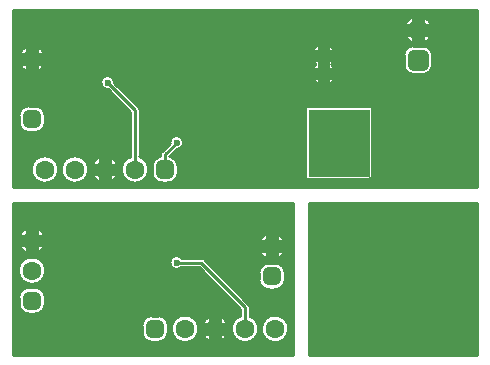
<source format=gbl>
G04 Generated by Ultiboard 14.1 *
%FSLAX24Y24*%
%MOIN*%

%ADD10C,0.0001*%
%ADD11C,0.0100*%
%ADD12C,0.0001*%
%ADD13C,0.0633*%
%ADD14R,0.0208X0.0208*%
%ADD15C,0.0392*%
%ADD16C,0.0236*%
%ADD17C,0.0674*%
%ADD18R,0.0320X0.0320*%
%ADD19C,0.0350*%
%ADD20C,0.0591*%


G04 ColorRGB 0000FF for the following layer *
%LNCopper Bottom*%
%LPD*%
G54D10*
G36*
X15597Y13611D02*
X15597Y13611D01*
X151Y13611D01*
X151Y19534D01*
X15597Y19534D01*
X15597Y13611D01*
D02*
G37*
%LPC*%
G36*
X10356Y17021D02*
X10356Y17021D01*
X10356Y17256D01*
X10121Y17256D01*
G74*
D01*
G03X10356Y17021I379J144*
G01*
D02*
G37*
G36*
X10644Y17021D02*
G74*
D01*
G03X10879Y17256I144J379*
G01*
X10879Y17256D01*
X10644Y17256D01*
X10644Y17021D01*
D02*
G37*
G36*
X429Y17172D02*
G75*
D01*
G03X429Y17172I351J-292*
G01*
D02*
G37*
G36*
X3301Y16872D02*
X3301Y16872D01*
X4049Y16123D01*
X4049Y14627D01*
G75*
D01*
G03X4371Y14627I161J-427*
G01*
X4371Y14627D01*
X4371Y16190D01*
G74*
D01*
G03X4323Y16304I161J0*
G01*
X4323Y16304D01*
X3528Y17099D01*
G75*
D01*
G03X3301Y16872I-228J1*
G01*
D02*
G37*
G36*
X13819Y19296D02*
X13819Y19296D01*
X13819Y19019D01*
X14096Y19019D01*
G74*
D01*
G03X13819Y19296I446J169*
G01*
D02*
G37*
G36*
X10343Y17400D02*
G75*
D01*
G03X10343Y17400I157J0*
G01*
D02*
G37*
G36*
X10121Y17544D02*
X10121Y17544D01*
X10356Y17544D01*
X10356Y17856D01*
X10121Y17856D01*
G74*
D01*
G03X10228Y17700I379J144*
G01*
G74*
D01*
G03X10121Y17544I272J300*
G01*
D02*
G37*
G36*
X10343Y18000D02*
G75*
D01*
G03X10343Y18000I157J0*
G01*
D02*
G37*
G36*
X10879Y17856D02*
X10879Y17856D01*
X10644Y17856D01*
X10644Y17544D01*
X10879Y17544D01*
G74*
D01*
G03X10772Y17700I379J144*
G01*
G74*
D01*
G03X10879Y17856I272J300*
G01*
D02*
G37*
G36*
X14127Y17690D02*
X14127Y17690D01*
X14127Y18010D01*
G74*
D01*
G03X13810Y18327I317J0*
G01*
X13810Y18327D01*
X13490Y18327D01*
G75*
D01*
G03X13173Y18010I0J-317*
G01*
X13173Y18010D01*
X13173Y17690D01*
G75*
D01*
G03X13490Y17373I317J0*
G01*
X13490Y17373D01*
X13810Y17373D01*
G75*
D01*
G03X14127Y17690I0J317*
G01*
D02*
G37*
G36*
X10121Y18144D02*
X10121Y18144D01*
X10356Y18144D01*
X10356Y18379D01*
G74*
D01*
G03X10121Y18144I144J379*
G01*
D02*
G37*
G36*
X10644Y18379D02*
X10644Y18379D01*
X10644Y18144D01*
X10879Y18144D01*
G74*
D01*
G03X10644Y18379I379J144*
G01*
D02*
G37*
G36*
X13481Y18404D02*
X13481Y18404D01*
X13481Y18681D01*
X13204Y18681D01*
G74*
D01*
G03X13481Y18404I446J169*
G01*
D02*
G37*
G36*
X13453Y18850D02*
G75*
D01*
G03X13453Y18850I197J0*
G01*
D02*
G37*
G36*
X14096Y18681D02*
X14096Y18681D01*
X13819Y18681D01*
X13819Y18404D01*
G74*
D01*
G03X14096Y18681I169J446*
G01*
D02*
G37*
G36*
X9787Y19281D02*
X9787Y19281D01*
X9919Y19281D01*
X9919Y19413D01*
G74*
D01*
G03X9787Y19281I81J213*
G01*
D02*
G37*
G36*
X10081Y19413D02*
X10081Y19413D01*
X10081Y19281D01*
X10213Y19281D01*
G74*
D01*
G03X10081Y19413I213J81*
G01*
D02*
G37*
G36*
X10213Y19119D02*
X10213Y19119D01*
X10081Y19119D01*
X10081Y18987D01*
G74*
D01*
G03X10213Y19119I81J213*
G01*
D02*
G37*
G36*
X9919Y18987D02*
X9919Y18987D01*
X9919Y19119D01*
X9787Y19119D01*
G74*
D01*
G03X9919Y18987I213J81*
G01*
D02*
G37*
G36*
X9941Y19200D02*
G75*
D01*
G03X9941Y19200I59J0*
G01*
D02*
G37*
G36*
X13204Y19019D02*
X13204Y19019D01*
X13481Y19019D01*
X13481Y19296D01*
G74*
D01*
G03X13204Y19019I169J446*
G01*
D02*
G37*
G36*
X2481Y19213D02*
X2481Y19213D01*
X2481Y19081D01*
X2613Y19081D01*
G74*
D01*
G03X2481Y19213I213J81*
G01*
D02*
G37*
G36*
X353Y18042D02*
X353Y18042D01*
X618Y18042D01*
X618Y18307D01*
G74*
D01*
G03X353Y18042I162J427*
G01*
D02*
G37*
G36*
X605Y17880D02*
G75*
D01*
G03X605Y17880I175J0*
G01*
D02*
G37*
G36*
X618Y17453D02*
X618Y17453D01*
X618Y17718D01*
X353Y17718D01*
G74*
D01*
G03X618Y17453I427J162*
G01*
D02*
G37*
G36*
X942Y18307D02*
X942Y18307D01*
X942Y18042D01*
X1207Y18042D01*
G74*
D01*
G03X942Y18307I427J162*
G01*
D02*
G37*
G36*
X1207Y17718D02*
X1207Y17718D01*
X942Y17718D01*
X942Y17453D01*
G74*
D01*
G03X1207Y17718I162J427*
G01*
D02*
G37*
G36*
X2319Y18787D02*
X2319Y18787D01*
X2319Y18919D01*
X2187Y18919D01*
G74*
D01*
G03X2319Y18787I213J81*
G01*
D02*
G37*
G36*
X2613Y18919D02*
X2613Y18919D01*
X2481Y18919D01*
X2481Y18787D01*
G74*
D01*
G03X2613Y18919I81J213*
G01*
D02*
G37*
G36*
X4187Y18481D02*
X4187Y18481D01*
X4319Y18481D01*
X4319Y18613D01*
G74*
D01*
G03X4187Y18481I81J213*
G01*
D02*
G37*
G36*
X4481Y18613D02*
X4481Y18613D01*
X4481Y18481D01*
X4613Y18481D01*
G74*
D01*
G03X4481Y18613I213J81*
G01*
D02*
G37*
G36*
X4613Y18319D02*
X4613Y18319D01*
X4481Y18319D01*
X4481Y18187D01*
G74*
D01*
G03X4613Y18319I81J213*
G01*
D02*
G37*
G36*
X4319Y18187D02*
X4319Y18187D01*
X4319Y18319D01*
X4187Y18319D01*
G74*
D01*
G03X4319Y18187I213J81*
G01*
D02*
G37*
G36*
X4341Y18400D02*
G75*
D01*
G03X4341Y18400I59J0*
G01*
D02*
G37*
G36*
X2341Y19000D02*
G75*
D01*
G03X2341Y19000I59J0*
G01*
D02*
G37*
G36*
X2187Y19081D02*
X2187Y19081D01*
X2319Y19081D01*
X2319Y19213D01*
G74*
D01*
G03X2187Y19081I81J213*
G01*
D02*
G37*
G36*
X9890Y16247D02*
X9890Y16247D01*
X9890Y13953D01*
G75*
D01*
G03X9953Y13890I63J0*
G01*
X9953Y13890D01*
X12047Y13890D01*
G75*
D01*
G03X12110Y13953I0J63*
G01*
X12110Y13953D01*
X12110Y16247D01*
G74*
D01*
G03X12047Y16310I63J0*
G01*
X12047Y16310D01*
X9953Y16310D01*
G75*
D01*
G03X9890Y16247I0J-63*
G01*
D02*
G37*
G36*
X13281Y14113D02*
X13281Y14113D01*
X13281Y13981D01*
X13413Y13981D01*
G74*
D01*
G03X13281Y14113I213J81*
G01*
D02*
G37*
G36*
X13413Y13819D02*
X13413Y13819D01*
X13281Y13819D01*
X13281Y13687D01*
G74*
D01*
G03X13413Y13819I81J213*
G01*
D02*
G37*
G36*
X12987Y13981D02*
X12987Y13981D01*
X13119Y13981D01*
X13119Y14113D01*
G74*
D01*
G03X12987Y13981I81J213*
G01*
D02*
G37*
G36*
X13119Y13687D02*
X13119Y13687D01*
X13119Y13819D01*
X12987Y13819D01*
G74*
D01*
G03X13119Y13687I213J81*
G01*
D02*
G37*
G36*
X13141Y13900D02*
G75*
D01*
G03X13141Y13900I59J0*
G01*
D02*
G37*
G36*
X14187Y13981D02*
X14187Y13981D01*
X14319Y13981D01*
X14319Y14113D01*
G74*
D01*
G03X14187Y13981I81J213*
G01*
D02*
G37*
G36*
X14481Y14113D02*
X14481Y14113D01*
X14481Y13981D01*
X14613Y13981D01*
G74*
D01*
G03X14481Y14113I213J81*
G01*
D02*
G37*
G36*
X14613Y13819D02*
X14613Y13819D01*
X14481Y13819D01*
X14481Y13687D01*
G74*
D01*
G03X14613Y13819I81J213*
G01*
D02*
G37*
G36*
X14319Y13687D02*
X14319Y13687D01*
X14319Y13819D01*
X14187Y13819D01*
G74*
D01*
G03X14319Y13687I213J81*
G01*
D02*
G37*
G36*
X14341Y13900D02*
G75*
D01*
G03X14341Y13900I59J0*
G01*
D02*
G37*
G36*
X13281Y14913D02*
X13281Y14913D01*
X13281Y14781D01*
X13413Y14781D01*
G74*
D01*
G03X13281Y14913I213J81*
G01*
D02*
G37*
G36*
X13413Y14619D02*
X13413Y14619D01*
X13281Y14619D01*
X13281Y14487D01*
G74*
D01*
G03X13413Y14619I81J213*
G01*
D02*
G37*
G36*
X12987Y14781D02*
X12987Y14781D01*
X13119Y14781D01*
X13119Y14913D01*
G74*
D01*
G03X12987Y14781I81J213*
G01*
D02*
G37*
G36*
X13119Y14487D02*
X13119Y14487D01*
X13119Y14619D01*
X12987Y14619D01*
G74*
D01*
G03X13119Y14487I213J81*
G01*
D02*
G37*
G36*
X13141Y14700D02*
G75*
D01*
G03X13141Y14700I59J0*
G01*
D02*
G37*
G36*
X14187Y14781D02*
X14187Y14781D01*
X14319Y14781D01*
X14319Y14913D01*
G74*
D01*
G03X14187Y14781I81J213*
G01*
D02*
G37*
G36*
X14481Y14913D02*
X14481Y14913D01*
X14481Y14781D01*
X14613Y14781D01*
G74*
D01*
G03X14481Y14913I213J81*
G01*
D02*
G37*
G36*
X14613Y14619D02*
X14613Y14619D01*
X14481Y14619D01*
X14481Y14487D01*
G74*
D01*
G03X14613Y14619I81J213*
G01*
D02*
G37*
G36*
X14319Y14487D02*
X14319Y14487D01*
X14319Y14619D01*
X14187Y14619D01*
G74*
D01*
G03X14319Y14487I213J81*
G01*
D02*
G37*
G36*
X14341Y14700D02*
G75*
D01*
G03X14341Y14700I59J0*
G01*
D02*
G37*
G36*
X2941Y16700D02*
G75*
D01*
G03X2941Y16700I59J0*
G01*
D02*
G37*
G36*
X5781Y15913D02*
X5781Y15913D01*
X5781Y15781D01*
X5913Y15781D01*
G74*
D01*
G03X5781Y15913I213J81*
G01*
D02*
G37*
G36*
X5487Y15781D02*
X5487Y15781D01*
X5619Y15781D01*
X5619Y15913D01*
G74*
D01*
G03X5487Y15781I81J213*
G01*
D02*
G37*
G36*
X2919Y16487D02*
X2919Y16487D01*
X2919Y16619D01*
X2787Y16619D01*
G74*
D01*
G03X2919Y16487I213J81*
G01*
D02*
G37*
G36*
X6387Y15081D02*
X6387Y15081D01*
X6519Y15081D01*
X6519Y15213D01*
G74*
D01*
G03X6387Y15081I81J213*
G01*
D02*
G37*
G36*
X6681Y15213D02*
X6681Y15213D01*
X6681Y15081D01*
X6813Y15081D01*
G74*
D01*
G03X6681Y15213I213J81*
G01*
D02*
G37*
G36*
X5913Y15619D02*
X5913Y15619D01*
X5781Y15619D01*
X5781Y15487D01*
G74*
D01*
G03X5913Y15619I81J213*
G01*
D02*
G37*
G36*
X5641Y15700D02*
G75*
D01*
G03X5641Y15700I59J0*
G01*
D02*
G37*
G36*
X5619Y15487D02*
X5619Y15487D01*
X5619Y15619D01*
X5487Y15619D01*
G74*
D01*
G03X5619Y15487I213J81*
G01*
D02*
G37*
G36*
X676Y15438D02*
X676Y15438D01*
X884Y15438D01*
G75*
D01*
G03X1222Y15776I0J338*
G01*
X1222Y15776D01*
X1222Y15984D01*
G74*
D01*
G03X884Y16322I338J0*
G01*
X884Y16322D01*
X676Y16322D01*
G75*
D01*
G03X338Y15984I0J-338*
G01*
X338Y15984D01*
X338Y15776D01*
G75*
D01*
G03X676Y15438I338J0*
G01*
D02*
G37*
G36*
X6813Y14919D02*
X6813Y14919D01*
X6681Y14919D01*
X6681Y14787D01*
G74*
D01*
G03X6813Y14919I81J213*
G01*
D02*
G37*
G36*
X6519Y14787D02*
X6519Y14787D01*
X6519Y14919D01*
X6387Y14919D01*
G74*
D01*
G03X6519Y14787I213J81*
G01*
D02*
G37*
G36*
X6541Y15000D02*
G75*
D01*
G03X6541Y15000I59J0*
G01*
D02*
G37*
G36*
X5371Y14637D02*
X5371Y14637D01*
X5371Y14643D01*
X5599Y14872D01*
G75*
D01*
G03X5372Y15099I1J228*
G01*
X5372Y15099D01*
X5096Y14824D01*
G75*
D01*
G03X5049Y14710I114J-114*
G01*
X5049Y14710D01*
X5049Y14637D01*
G74*
D01*
G03X4768Y14304I57J333*
G01*
X4768Y14304D01*
X4768Y14096D01*
G75*
D01*
G03X5106Y13758I338J0*
G01*
X5106Y13758D01*
X5314Y13758D01*
G75*
D01*
G03X5652Y14096I0J338*
G01*
X5652Y14096D01*
X5652Y14304D01*
G74*
D01*
G03X5371Y14637I338J0*
G01*
D02*
G37*
G36*
X3081Y16913D02*
X3081Y16913D01*
X3081Y16781D01*
X3213Y16781D01*
G74*
D01*
G03X3081Y16913I213J81*
G01*
D02*
G37*
G36*
X3213Y16619D02*
X3213Y16619D01*
X3081Y16619D01*
X3081Y16487D01*
G74*
D01*
G03X3213Y16619I81J213*
G01*
D02*
G37*
G36*
X3372Y14627D02*
X3372Y14627D01*
X3372Y14362D01*
X3637Y14362D01*
G74*
D01*
G03X3372Y14627I427J162*
G01*
D02*
G37*
G36*
X2783Y14362D02*
X2783Y14362D01*
X3048Y14362D01*
X3048Y14627D01*
G74*
D01*
G03X2783Y14362I162J427*
G01*
D02*
G37*
G36*
X3637Y14038D02*
X3637Y14038D01*
X3372Y14038D01*
X3372Y13773D01*
G74*
D01*
G03X3637Y14038I162J427*
G01*
D02*
G37*
G36*
X3048Y13773D02*
X3048Y13773D01*
X3048Y14038D01*
X2783Y14038D01*
G74*
D01*
G03X3048Y13773I427J162*
G01*
D02*
G37*
G36*
X3035Y14200D02*
G75*
D01*
G03X3035Y14200I175J0*
G01*
D02*
G37*
G36*
X1753Y14200D02*
G75*
D01*
G03X1753Y14200I457J0*
G01*
D02*
G37*
G36*
X753Y14200D02*
G75*
D01*
G03X753Y14200I457J0*
G01*
D02*
G37*
G36*
X2787Y16781D02*
X2787Y16781D01*
X2919Y16781D01*
X2919Y16913D01*
G74*
D01*
G03X2787Y16781I81J213*
G01*
D02*
G37*
%LPD*%
G36*
X9489Y13089D02*
X9489Y13089D01*
X9489Y8025D01*
X151Y8025D01*
X151Y13089D01*
X9489Y13089D01*
D02*
G37*
%LPC*%
G36*
X9298Y8706D02*
G75*
D01*
G03X9298Y8706I-418J184*
G01*
D02*
G37*
G36*
X6387Y12781D02*
X6387Y12781D01*
X6519Y12781D01*
X6519Y12913D01*
G74*
D01*
G03X6387Y12781I81J213*
G01*
D02*
G37*
G36*
X6681Y12913D02*
X6681Y12913D01*
X6681Y12781D01*
X6813Y12781D01*
G74*
D01*
G03X6681Y12913I213J81*
G01*
D02*
G37*
G36*
X6541Y12700D02*
G75*
D01*
G03X6541Y12700I59J0*
G01*
D02*
G37*
G36*
X6813Y12619D02*
X6813Y12619D01*
X6681Y12619D01*
X6681Y12487D01*
G74*
D01*
G03X6813Y12619I81J213*
G01*
D02*
G37*
G36*
X6519Y12487D02*
X6519Y12487D01*
X6519Y12619D01*
X6387Y12619D01*
G74*
D01*
G03X6519Y12487I213J81*
G01*
D02*
G37*
G36*
X4981Y12513D02*
X4981Y12513D01*
X4981Y12381D01*
X5113Y12381D01*
G74*
D01*
G03X4981Y12513I213J81*
G01*
D02*
G37*
G36*
X5113Y12219D02*
X5113Y12219D01*
X4981Y12219D01*
X4981Y12087D01*
G74*
D01*
G03X5113Y12219I81J213*
G01*
D02*
G37*
G36*
X4841Y12300D02*
G75*
D01*
G03X4841Y12300I59J0*
G01*
D02*
G37*
G36*
X4687Y12381D02*
X4687Y12381D01*
X4819Y12381D01*
X4819Y12513D01*
G74*
D01*
G03X4687Y12381I81J213*
G01*
D02*
G37*
G36*
X4819Y12087D02*
X4819Y12087D01*
X4819Y12219D01*
X4687Y12219D01*
G74*
D01*
G03X4819Y12087I213J81*
G01*
D02*
G37*
G36*
X9207Y11478D02*
X9207Y11478D01*
X8942Y11478D01*
X8942Y11213D01*
G74*
D01*
G03X9207Y11478I162J427*
G01*
D02*
G37*
G36*
X8942Y12067D02*
X8942Y12067D01*
X8942Y11802D01*
X9207Y11802D01*
G74*
D01*
G03X8942Y12067I427J162*
G01*
D02*
G37*
G36*
X8618Y11213D02*
X8618Y11213D01*
X8618Y11478D01*
X8353Y11478D01*
G74*
D01*
G03X8618Y11213I427J162*
G01*
D02*
G37*
G36*
X8353Y11802D02*
X8353Y11802D01*
X8618Y11802D01*
X8618Y12067D01*
G74*
D01*
G03X8353Y11802I162J427*
G01*
D02*
G37*
G36*
X8605Y11640D02*
G75*
D01*
G03X8605Y11640I175J0*
G01*
D02*
G37*
G36*
X942Y12257D02*
X942Y12257D01*
X942Y11992D01*
X1207Y11992D01*
G74*
D01*
G03X942Y12257I427J162*
G01*
D02*
G37*
G36*
X353Y11992D02*
X353Y11992D01*
X618Y11992D01*
X618Y12257D01*
G74*
D01*
G03X353Y11992I162J427*
G01*
D02*
G37*
G36*
X1207Y11668D02*
X1207Y11668D01*
X942Y11668D01*
X942Y11403D01*
G74*
D01*
G03X1207Y11668I162J427*
G01*
D02*
G37*
G36*
X618Y11403D02*
X618Y11403D01*
X618Y11668D01*
X353Y11668D01*
G74*
D01*
G03X618Y11403I427J162*
G01*
D02*
G37*
G36*
X605Y11830D02*
G75*
D01*
G03X605Y11830I175J0*
G01*
D02*
G37*
G36*
X323Y10830D02*
G75*
D01*
G03X323Y10830I457J0*
G01*
D02*
G37*
G36*
X8676Y10198D02*
X8676Y10198D01*
X8884Y10198D01*
G75*
D01*
G03X9222Y10536I0J338*
G01*
X9222Y10536D01*
X9222Y10744D01*
G74*
D01*
G03X8884Y11082I338J0*
G01*
X8884Y11082D01*
X8676Y11082D01*
G75*
D01*
G03X8338Y10744I0J-338*
G01*
X8338Y10744D01*
X8338Y10536D01*
G75*
D01*
G03X8676Y10198I338J0*
G01*
D02*
G37*
G36*
X2487Y9981D02*
X2487Y9981D01*
X2619Y9981D01*
X2619Y10113D01*
G74*
D01*
G03X2487Y9981I81J213*
G01*
D02*
G37*
G36*
X2781Y10113D02*
X2781Y10113D01*
X2781Y9981D01*
X2913Y9981D01*
G74*
D01*
G03X2781Y10113I213J81*
G01*
D02*
G37*
G36*
X2913Y9819D02*
X2913Y9819D01*
X2781Y9819D01*
X2781Y9687D01*
G74*
D01*
G03X2913Y9819I81J213*
G01*
D02*
G37*
G36*
X2619Y9687D02*
X2619Y9687D01*
X2619Y9819D01*
X2487Y9819D01*
G74*
D01*
G03X2619Y9687I213J81*
G01*
D02*
G37*
G36*
X2641Y9900D02*
G75*
D01*
G03X2641Y9900I59J0*
G01*
D02*
G37*
G36*
X4081Y8913D02*
X4081Y8913D01*
X4081Y8781D01*
X4213Y8781D01*
G74*
D01*
G03X4081Y8913I213J81*
G01*
D02*
G37*
G36*
X3787Y8781D02*
X3787Y8781D01*
X3919Y8781D01*
X3919Y8913D01*
G74*
D01*
G03X3787Y8781I81J213*
G01*
D02*
G37*
G36*
X676Y9388D02*
X676Y9388D01*
X884Y9388D01*
G75*
D01*
G03X1222Y9726I0J338*
G01*
X1222Y9726D01*
X1222Y9934D01*
G74*
D01*
G03X884Y10272I338J0*
G01*
X884Y10272D01*
X676Y10272D01*
G75*
D01*
G03X338Y9934I0J-338*
G01*
X338Y9934D01*
X338Y9726D01*
G75*
D01*
G03X676Y9388I338J0*
G01*
D02*
G37*
G36*
X8041Y9317D02*
X8041Y9317D01*
X8041Y9620D01*
G74*
D01*
G03X7993Y9734I161J0*
G01*
X7993Y9734D01*
X6514Y11213D01*
G74*
D01*
G03X6419Y11260I114J113*
G01*
G75*
D01*
G03X6400Y11261I-19J-160*
G01*
X6400Y11261D01*
X5762Y11261D01*
G75*
D01*
G03X5762Y10939I-162J-161*
G01*
X5762Y10939D01*
X6333Y10939D01*
X7719Y9553D01*
X7719Y9317D01*
G75*
D01*
G03X8041Y9317I161J-427*
G01*
D02*
G37*
G36*
X6453Y9052D02*
X6453Y9052D01*
X6718Y9052D01*
X6718Y9317D01*
G74*
D01*
G03X6453Y9052I162J427*
G01*
D02*
G37*
G36*
X7307Y8728D02*
X7307Y8728D01*
X7042Y8728D01*
X7042Y8463D01*
G74*
D01*
G03X7307Y8728I162J427*
G01*
D02*
G37*
G36*
X7042Y9317D02*
X7042Y9317D01*
X7042Y9052D01*
X7307Y9052D01*
G74*
D01*
G03X7042Y9317I427J162*
G01*
D02*
G37*
G36*
X6705Y8890D02*
G75*
D01*
G03X6705Y8890I175J0*
G01*
D02*
G37*
G36*
X6718Y8463D02*
X6718Y8463D01*
X6718Y8728D01*
X6453Y8728D01*
G74*
D01*
G03X6718Y8463I427J162*
G01*
D02*
G37*
G36*
X5423Y8890D02*
G75*
D01*
G03X5423Y8890I457J0*
G01*
D02*
G37*
G36*
X4213Y8619D02*
X4213Y8619D01*
X4081Y8619D01*
X4081Y8487D01*
G74*
D01*
G03X4213Y8619I81J213*
G01*
D02*
G37*
G36*
X3941Y8700D02*
G75*
D01*
G03X3941Y8700I59J0*
G01*
D02*
G37*
G36*
X4438Y8994D02*
X4438Y8994D01*
X4438Y8786D01*
G75*
D01*
G03X4776Y8448I338J0*
G01*
X4776Y8448D01*
X4984Y8448D01*
G75*
D01*
G03X5322Y8786I0J338*
G01*
X5322Y8786D01*
X5322Y8994D01*
G74*
D01*
G03X4984Y9332I338J0*
G01*
X4984Y9332D01*
X4776Y9332D01*
G75*
D01*
G03X4438Y8994I0J-338*
G01*
D02*
G37*
G36*
X3919Y8487D02*
X3919Y8487D01*
X3919Y8619D01*
X3787Y8619D01*
G74*
D01*
G03X3919Y8487I213J81*
G01*
D02*
G37*
%LPD*%
G36*
X10011Y13089D02*
X10011Y13089D01*
X15597Y13089D01*
X15597Y8025D01*
X10011Y8025D01*
X10011Y13089D01*
D02*
G37*
G36*
X10000Y16200D02*
X10000Y16200D01*
X10000Y14000D01*
X12000Y14000D01*
X12000Y16200D01*
X10000Y16200D01*
D02*
G37*
G54D11*
X10356Y17021D02*
X10356Y17256D01*
X10121Y17256D01*
G74*
D01*
G03X10356Y17021I379J144*
G01*
X10644Y17021D02*
G74*
D01*
G03X10879Y17256I144J379*
G01*
X10644Y17256D01*
X10644Y17021D01*
X429Y17172D02*
G75*
D01*
G03X429Y17172I351J-292*
G01*
X3301Y16872D02*
X4049Y16123D01*
X4049Y14627D01*
G75*
D01*
G03X4371Y14627I161J-427*
G01*
X4371Y16190D01*
G74*
D01*
G03X4323Y16304I161J0*
G01*
X3528Y17099D01*
G75*
D01*
G03X3301Y16872I-228J1*
G01*
X13819Y19296D02*
X13819Y19019D01*
X14096Y19019D01*
G74*
D01*
G03X13819Y19296I446J169*
G01*
X10343Y17400D02*
G75*
D01*
G03X10343Y17400I157J0*
G01*
X10121Y17544D02*
X10356Y17544D01*
X10356Y17856D01*
X10121Y17856D01*
G74*
D01*
G03X10228Y17700I379J144*
G01*
G74*
D01*
G03X10121Y17544I272J300*
G01*
X10343Y18000D02*
G75*
D01*
G03X10343Y18000I157J0*
G01*
X10879Y17856D02*
X10644Y17856D01*
X10644Y17544D01*
X10879Y17544D01*
G74*
D01*
G03X10772Y17700I379J144*
G01*
G74*
D01*
G03X10879Y17856I272J300*
G01*
X14127Y17690D02*
X14127Y18010D01*
G74*
D01*
G03X13810Y18327I317J0*
G01*
X13490Y18327D01*
G75*
D01*
G03X13173Y18010I0J-317*
G01*
X13173Y17690D01*
G75*
D01*
G03X13490Y17373I317J0*
G01*
X13810Y17373D01*
G75*
D01*
G03X14127Y17690I0J317*
G01*
X10121Y18144D02*
X10356Y18144D01*
X10356Y18379D01*
G74*
D01*
G03X10121Y18144I144J379*
G01*
X10644Y18379D02*
X10644Y18144D01*
X10879Y18144D01*
G74*
D01*
G03X10644Y18379I379J144*
G01*
X13481Y18404D02*
X13481Y18681D01*
X13204Y18681D01*
G74*
D01*
G03X13481Y18404I446J169*
G01*
X13453Y18850D02*
G75*
D01*
G03X13453Y18850I197J0*
G01*
X14096Y18681D02*
X13819Y18681D01*
X13819Y18404D01*
G74*
D01*
G03X14096Y18681I169J446*
G01*
X9787Y19281D02*
X9919Y19281D01*
X9919Y19413D01*
G74*
D01*
G03X9787Y19281I81J213*
G01*
X10081Y19413D02*
X10081Y19281D01*
X10213Y19281D01*
G74*
D01*
G03X10081Y19413I213J81*
G01*
X10213Y19119D02*
X10081Y19119D01*
X10081Y18987D01*
G74*
D01*
G03X10213Y19119I81J213*
G01*
X9919Y18987D02*
X9919Y19119D01*
X9787Y19119D01*
G74*
D01*
G03X9919Y18987I213J81*
G01*
X9941Y19200D02*
G75*
D01*
G03X9941Y19200I59J0*
G01*
X13204Y19019D02*
X13481Y19019D01*
X13481Y19296D01*
G74*
D01*
G03X13204Y19019I169J446*
G01*
X2481Y19213D02*
X2481Y19081D01*
X2613Y19081D01*
G74*
D01*
G03X2481Y19213I213J81*
G01*
X353Y18042D02*
X618Y18042D01*
X618Y18307D01*
G74*
D01*
G03X353Y18042I162J427*
G01*
X605Y17880D02*
G75*
D01*
G03X605Y17880I175J0*
G01*
X618Y17453D02*
X618Y17718D01*
X353Y17718D01*
G74*
D01*
G03X618Y17453I427J162*
G01*
X942Y18307D02*
X942Y18042D01*
X1207Y18042D01*
G74*
D01*
G03X942Y18307I427J162*
G01*
X1207Y17718D02*
X942Y17718D01*
X942Y17453D01*
G74*
D01*
G03X1207Y17718I162J427*
G01*
X2319Y18787D02*
X2319Y18919D01*
X2187Y18919D01*
G74*
D01*
G03X2319Y18787I213J81*
G01*
X2613Y18919D02*
X2481Y18919D01*
X2481Y18787D01*
G74*
D01*
G03X2613Y18919I81J213*
G01*
X4187Y18481D02*
X4319Y18481D01*
X4319Y18613D01*
G74*
D01*
G03X4187Y18481I81J213*
G01*
X4481Y18613D02*
X4481Y18481D01*
X4613Y18481D01*
G74*
D01*
G03X4481Y18613I213J81*
G01*
X4613Y18319D02*
X4481Y18319D01*
X4481Y18187D01*
G74*
D01*
G03X4613Y18319I81J213*
G01*
X4319Y18187D02*
X4319Y18319D01*
X4187Y18319D01*
G74*
D01*
G03X4319Y18187I213J81*
G01*
X4341Y18400D02*
G75*
D01*
G03X4341Y18400I59J0*
G01*
X2341Y19000D02*
G75*
D01*
G03X2341Y19000I59J0*
G01*
X2187Y19081D02*
X2319Y19081D01*
X2319Y19213D01*
G74*
D01*
G03X2187Y19081I81J213*
G01*
X9890Y16247D02*
X9890Y13953D01*
G75*
D01*
G03X9953Y13890I63J0*
G01*
X12047Y13890D01*
G75*
D01*
G03X12110Y13953I0J63*
G01*
X12110Y16247D01*
G74*
D01*
G03X12047Y16310I63J0*
G01*
X9953Y16310D01*
G75*
D01*
G03X9890Y16247I0J-63*
G01*
X13281Y14113D02*
X13281Y13981D01*
X13413Y13981D01*
G74*
D01*
G03X13281Y14113I213J81*
G01*
X13413Y13819D02*
X13281Y13819D01*
X13281Y13687D01*
G74*
D01*
G03X13413Y13819I81J213*
G01*
X12987Y13981D02*
X13119Y13981D01*
X13119Y14113D01*
G74*
D01*
G03X12987Y13981I81J213*
G01*
X13119Y13687D02*
X13119Y13819D01*
X12987Y13819D01*
G74*
D01*
G03X13119Y13687I213J81*
G01*
X13141Y13900D02*
G75*
D01*
G03X13141Y13900I59J0*
G01*
X14187Y13981D02*
X14319Y13981D01*
X14319Y14113D01*
G74*
D01*
G03X14187Y13981I81J213*
G01*
X14481Y14113D02*
X14481Y13981D01*
X14613Y13981D01*
G74*
D01*
G03X14481Y14113I213J81*
G01*
X14613Y13819D02*
X14481Y13819D01*
X14481Y13687D01*
G74*
D01*
G03X14613Y13819I81J213*
G01*
X14319Y13687D02*
X14319Y13819D01*
X14187Y13819D01*
G74*
D01*
G03X14319Y13687I213J81*
G01*
X14341Y13900D02*
G75*
D01*
G03X14341Y13900I59J0*
G01*
X13281Y14913D02*
X13281Y14781D01*
X13413Y14781D01*
G74*
D01*
G03X13281Y14913I213J81*
G01*
X13413Y14619D02*
X13281Y14619D01*
X13281Y14487D01*
G74*
D01*
G03X13413Y14619I81J213*
G01*
X12987Y14781D02*
X13119Y14781D01*
X13119Y14913D01*
G74*
D01*
G03X12987Y14781I81J213*
G01*
X13119Y14487D02*
X13119Y14619D01*
X12987Y14619D01*
G74*
D01*
G03X13119Y14487I213J81*
G01*
X13141Y14700D02*
G75*
D01*
G03X13141Y14700I59J0*
G01*
X14187Y14781D02*
X14319Y14781D01*
X14319Y14913D01*
G74*
D01*
G03X14187Y14781I81J213*
G01*
X14481Y14913D02*
X14481Y14781D01*
X14613Y14781D01*
G74*
D01*
G03X14481Y14913I213J81*
G01*
X14613Y14619D02*
X14481Y14619D01*
X14481Y14487D01*
G74*
D01*
G03X14613Y14619I81J213*
G01*
X14319Y14487D02*
X14319Y14619D01*
X14187Y14619D01*
G74*
D01*
G03X14319Y14487I213J81*
G01*
X14341Y14700D02*
G75*
D01*
G03X14341Y14700I59J0*
G01*
X2941Y16700D02*
G75*
D01*
G03X2941Y16700I59J0*
G01*
X5781Y15913D02*
X5781Y15781D01*
X5913Y15781D01*
G74*
D01*
G03X5781Y15913I213J81*
G01*
X5487Y15781D02*
X5619Y15781D01*
X5619Y15913D01*
G74*
D01*
G03X5487Y15781I81J213*
G01*
X2919Y16487D02*
X2919Y16619D01*
X2787Y16619D01*
G74*
D01*
G03X2919Y16487I213J81*
G01*
X6387Y15081D02*
X6519Y15081D01*
X6519Y15213D01*
G74*
D01*
G03X6387Y15081I81J213*
G01*
X6681Y15213D02*
X6681Y15081D01*
X6813Y15081D01*
G74*
D01*
G03X6681Y15213I213J81*
G01*
X5913Y15619D02*
X5781Y15619D01*
X5781Y15487D01*
G74*
D01*
G03X5913Y15619I81J213*
G01*
X5641Y15700D02*
G75*
D01*
G03X5641Y15700I59J0*
G01*
X5619Y15487D02*
X5619Y15619D01*
X5487Y15619D01*
G74*
D01*
G03X5619Y15487I213J81*
G01*
X676Y15438D02*
X884Y15438D01*
G75*
D01*
G03X1222Y15776I0J338*
G01*
X1222Y15984D01*
G74*
D01*
G03X884Y16322I338J0*
G01*
X676Y16322D01*
G75*
D01*
G03X338Y15984I0J-338*
G01*
X338Y15776D01*
G75*
D01*
G03X676Y15438I338J0*
G01*
X6813Y14919D02*
X6681Y14919D01*
X6681Y14787D01*
G74*
D01*
G03X6813Y14919I81J213*
G01*
X6519Y14787D02*
X6519Y14919D01*
X6387Y14919D01*
G74*
D01*
G03X6519Y14787I213J81*
G01*
X6541Y15000D02*
G75*
D01*
G03X6541Y15000I59J0*
G01*
X5371Y14637D02*
X5371Y14643D01*
X5599Y14872D01*
G75*
D01*
G03X5372Y15099I1J228*
G01*
X5096Y14824D01*
G75*
D01*
G03X5049Y14710I114J-114*
G01*
X5049Y14637D01*
G74*
D01*
G03X4768Y14304I57J333*
G01*
X4768Y14096D01*
G75*
D01*
G03X5106Y13758I338J0*
G01*
X5314Y13758D01*
G75*
D01*
G03X5652Y14096I0J338*
G01*
X5652Y14304D01*
G74*
D01*
G03X5371Y14637I338J0*
G01*
X3081Y16913D02*
X3081Y16781D01*
X3213Y16781D01*
G74*
D01*
G03X3081Y16913I213J81*
G01*
X3213Y16619D02*
X3081Y16619D01*
X3081Y16487D01*
G74*
D01*
G03X3213Y16619I81J213*
G01*
X3372Y14627D02*
X3372Y14362D01*
X3637Y14362D01*
G74*
D01*
G03X3372Y14627I427J162*
G01*
X2783Y14362D02*
X3048Y14362D01*
X3048Y14627D01*
G74*
D01*
G03X2783Y14362I162J427*
G01*
X3637Y14038D02*
X3372Y14038D01*
X3372Y13773D01*
G74*
D01*
G03X3637Y14038I162J427*
G01*
X3048Y13773D02*
X3048Y14038D01*
X2783Y14038D01*
G74*
D01*
G03X3048Y13773I427J162*
G01*
X3035Y14200D02*
G75*
D01*
G03X3035Y14200I175J0*
G01*
X1753Y14200D02*
G75*
D01*
G03X1753Y14200I457J0*
G01*
X753Y14200D02*
G75*
D01*
G03X753Y14200I457J0*
G01*
X2787Y16781D02*
X2919Y16781D01*
X2919Y16913D01*
G74*
D01*
G03X2787Y16781I81J213*
G01*
X15597Y13611D02*
X151Y13611D01*
X151Y19534D01*
X15597Y19534D01*
X15597Y13611D01*
X9298Y8706D02*
G75*
D01*
G03X9298Y8706I-418J184*
G01*
X6387Y12781D02*
X6519Y12781D01*
X6519Y12913D01*
G74*
D01*
G03X6387Y12781I81J213*
G01*
X6681Y12913D02*
X6681Y12781D01*
X6813Y12781D01*
G74*
D01*
G03X6681Y12913I213J81*
G01*
X6541Y12700D02*
G75*
D01*
G03X6541Y12700I59J0*
G01*
X6813Y12619D02*
X6681Y12619D01*
X6681Y12487D01*
G74*
D01*
G03X6813Y12619I81J213*
G01*
X6519Y12487D02*
X6519Y12619D01*
X6387Y12619D01*
G74*
D01*
G03X6519Y12487I213J81*
G01*
X4981Y12513D02*
X4981Y12381D01*
X5113Y12381D01*
G74*
D01*
G03X4981Y12513I213J81*
G01*
X5113Y12219D02*
X4981Y12219D01*
X4981Y12087D01*
G74*
D01*
G03X5113Y12219I81J213*
G01*
X4841Y12300D02*
G75*
D01*
G03X4841Y12300I59J0*
G01*
X4687Y12381D02*
X4819Y12381D01*
X4819Y12513D01*
G74*
D01*
G03X4687Y12381I81J213*
G01*
X4819Y12087D02*
X4819Y12219D01*
X4687Y12219D01*
G74*
D01*
G03X4819Y12087I213J81*
G01*
X9207Y11478D02*
X8942Y11478D01*
X8942Y11213D01*
G74*
D01*
G03X9207Y11478I162J427*
G01*
X8942Y12067D02*
X8942Y11802D01*
X9207Y11802D01*
G74*
D01*
G03X8942Y12067I427J162*
G01*
X8618Y11213D02*
X8618Y11478D01*
X8353Y11478D01*
G74*
D01*
G03X8618Y11213I427J162*
G01*
X8353Y11802D02*
X8618Y11802D01*
X8618Y12067D01*
G74*
D01*
G03X8353Y11802I162J427*
G01*
X8605Y11640D02*
G75*
D01*
G03X8605Y11640I175J0*
G01*
X942Y12257D02*
X942Y11992D01*
X1207Y11992D01*
G74*
D01*
G03X942Y12257I427J162*
G01*
X353Y11992D02*
X618Y11992D01*
X618Y12257D01*
G74*
D01*
G03X353Y11992I162J427*
G01*
X1207Y11668D02*
X942Y11668D01*
X942Y11403D01*
G74*
D01*
G03X1207Y11668I162J427*
G01*
X618Y11403D02*
X618Y11668D01*
X353Y11668D01*
G74*
D01*
G03X618Y11403I427J162*
G01*
X605Y11830D02*
G75*
D01*
G03X605Y11830I175J0*
G01*
X323Y10830D02*
G75*
D01*
G03X323Y10830I457J0*
G01*
X8676Y10198D02*
X8884Y10198D01*
G75*
D01*
G03X9222Y10536I0J338*
G01*
X9222Y10744D01*
G74*
D01*
G03X8884Y11082I338J0*
G01*
X8676Y11082D01*
G75*
D01*
G03X8338Y10744I0J-338*
G01*
X8338Y10536D01*
G75*
D01*
G03X8676Y10198I338J0*
G01*
X2487Y9981D02*
X2619Y9981D01*
X2619Y10113D01*
G74*
D01*
G03X2487Y9981I81J213*
G01*
X2781Y10113D02*
X2781Y9981D01*
X2913Y9981D01*
G74*
D01*
G03X2781Y10113I213J81*
G01*
X2913Y9819D02*
X2781Y9819D01*
X2781Y9687D01*
G74*
D01*
G03X2913Y9819I81J213*
G01*
X2619Y9687D02*
X2619Y9819D01*
X2487Y9819D01*
G74*
D01*
G03X2619Y9687I213J81*
G01*
X2641Y9900D02*
G75*
D01*
G03X2641Y9900I59J0*
G01*
X4081Y8913D02*
X4081Y8781D01*
X4213Y8781D01*
G74*
D01*
G03X4081Y8913I213J81*
G01*
X3787Y8781D02*
X3919Y8781D01*
X3919Y8913D01*
G74*
D01*
G03X3787Y8781I81J213*
G01*
X676Y9388D02*
X884Y9388D01*
G75*
D01*
G03X1222Y9726I0J338*
G01*
X1222Y9934D01*
G74*
D01*
G03X884Y10272I338J0*
G01*
X676Y10272D01*
G75*
D01*
G03X338Y9934I0J-338*
G01*
X338Y9726D01*
G75*
D01*
G03X676Y9388I338J0*
G01*
X8041Y9317D02*
X8041Y9620D01*
G74*
D01*
G03X7993Y9734I161J0*
G01*
X6514Y11213D01*
G74*
D01*
G03X6419Y11260I114J113*
G01*
G75*
D01*
G03X6400Y11261I-19J-160*
G01*
X5762Y11261D01*
G75*
D01*
G03X5762Y10939I-162J-161*
G01*
X6333Y10939D01*
X7719Y9553D01*
X7719Y9317D01*
G75*
D01*
G03X8041Y9317I161J-427*
G01*
X6453Y9052D02*
X6718Y9052D01*
X6718Y9317D01*
G74*
D01*
G03X6453Y9052I162J427*
G01*
X7307Y8728D02*
X7042Y8728D01*
X7042Y8463D01*
G74*
D01*
G03X7307Y8728I162J427*
G01*
X7042Y9317D02*
X7042Y9052D01*
X7307Y9052D01*
G74*
D01*
G03X7042Y9317I427J162*
G01*
X6705Y8890D02*
G75*
D01*
G03X6705Y8890I175J0*
G01*
X6718Y8463D02*
X6718Y8728D01*
X6453Y8728D01*
G74*
D01*
G03X6718Y8463I427J162*
G01*
X5423Y8890D02*
G75*
D01*
G03X5423Y8890I457J0*
G01*
X4213Y8619D02*
X4081Y8619D01*
X4081Y8487D01*
G74*
D01*
G03X4213Y8619I81J213*
G01*
X3941Y8700D02*
G75*
D01*
G03X3941Y8700I59J0*
G01*
X4438Y8994D02*
X4438Y8786D01*
G75*
D01*
G03X4776Y8448I338J0*
G01*
X4984Y8448D01*
G75*
D01*
G03X5322Y8786I0J338*
G01*
X5322Y8994D01*
G74*
D01*
G03X4984Y9332I338J0*
G01*
X4776Y9332D01*
G75*
D01*
G03X4438Y8994I0J-338*
G01*
X3919Y8487D02*
X3919Y8619D01*
X3787Y8619D01*
G74*
D01*
G03X3919Y8487I213J81*
G01*
X9489Y13089D02*
X9489Y8025D01*
X151Y8025D01*
X151Y13089D01*
X9489Y13089D01*
X10011Y13089D02*
X15597Y13089D01*
X15597Y8025D01*
X10011Y8025D01*
X10011Y13089D01*
X7880Y8890D02*
X7880Y9620D01*
X6400Y11100D01*
X5600Y11100D01*
X5210Y14200D02*
X5210Y14710D01*
X5600Y15100D01*
X3300Y17100D02*
X4210Y16190D01*
X4210Y14200D01*
G54D12*
X10000Y16200D02*
X10000Y14000D01*
X12000Y14000D01*
X12000Y16200D01*
X10000Y16200D01*
G54D13*
X780Y10830D03*
X780Y11830D03*
X5880Y8890D03*
X6880Y8890D03*
X8880Y8890D03*
X7880Y8890D03*
X8780Y11640D03*
X780Y16880D03*
X780Y17880D03*
X4210Y14200D03*
X3210Y14200D03*
X1210Y14200D03*
X2210Y14200D03*
G54D14*
X780Y9830D03*
X4880Y8890D03*
X8780Y10640D03*
X780Y15880D03*
X5210Y14200D03*
G54D15*
X676Y9726D02*
X884Y9726D01*
X884Y9934D01*
X676Y9934D01*
X676Y9726D01*D02*
X4776Y8786D02*
X4984Y8786D01*
X4984Y8994D01*
X4776Y8994D01*
X4776Y8786D01*D02*
X8676Y10536D02*
X8884Y10536D01*
X8884Y10744D01*
X8676Y10744D01*
X8676Y10536D01*D02*
X676Y15776D02*
X884Y15776D01*
X884Y15984D01*
X676Y15984D01*
X676Y15776D01*D02*
X5106Y14096D02*
X5314Y14096D01*
X5314Y14304D01*
X5106Y14304D01*
X5106Y14096D01*D02*
G54D16*
X6600Y12700D03*
X4900Y12300D03*
X2700Y9900D03*
X4000Y8700D03*
X5600Y11100D03*
X2400Y19000D03*
X14400Y13900D03*
X4400Y18400D03*
X10000Y19200D03*
X3000Y16700D03*
X5600Y15100D03*
X6600Y15000D03*
X5700Y15700D03*
X3300Y17100D03*
X13200Y14700D03*
X14400Y14700D03*
X13200Y13900D03*
X10300Y15900D03*
X10300Y14200D03*
X10300Y15000D03*
X11000Y14200D03*
X11000Y15000D03*
X11000Y15900D03*
X11700Y14200D03*
X11700Y15000D03*
X11700Y15900D03*
G54D17*
X13650Y18850D03*
G54D18*
X13650Y17850D03*
G54D19*
X13490Y17690D02*
X13810Y17690D01*
X13810Y18010D01*
X13490Y18010D01*
X13490Y17690D01*D02*
G54D20*
X10500Y18000D03*
X10500Y17400D03*

M02*

</source>
